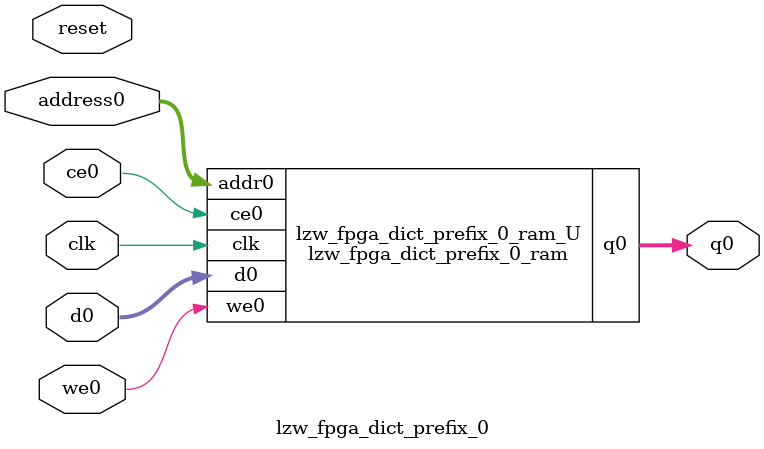
<source format=v>
`timescale 1 ns / 1 ps
module lzw_fpga_dict_prefix_0_ram (addr0, ce0, d0, we0, q0,  clk);

parameter DWIDTH = 16;
parameter AWIDTH = 8;
parameter MEM_SIZE = 256;

input[AWIDTH-1:0] addr0;
input ce0;
input[DWIDTH-1:0] d0;
input we0;
output reg[DWIDTH-1:0] q0;
input clk;

reg [DWIDTH-1:0] ram[0:MEM_SIZE-1];




always @(posedge clk)  
begin 
    if (ce0) begin
        if (we0) 
            ram[addr0] <= d0; 
        q0 <= ram[addr0];
    end
end


endmodule

`timescale 1 ns / 1 ps
module lzw_fpga_dict_prefix_0(
    reset,
    clk,
    address0,
    ce0,
    we0,
    d0,
    q0);

parameter DataWidth = 32'd16;
parameter AddressRange = 32'd256;
parameter AddressWidth = 32'd8;
input reset;
input clk;
input[AddressWidth - 1:0] address0;
input ce0;
input we0;
input[DataWidth - 1:0] d0;
output[DataWidth - 1:0] q0;



lzw_fpga_dict_prefix_0_ram lzw_fpga_dict_prefix_0_ram_U(
    .clk( clk ),
    .addr0( address0 ),
    .ce0( ce0 ),
    .we0( we0 ),
    .d0( d0 ),
    .q0( q0 ));

endmodule


</source>
